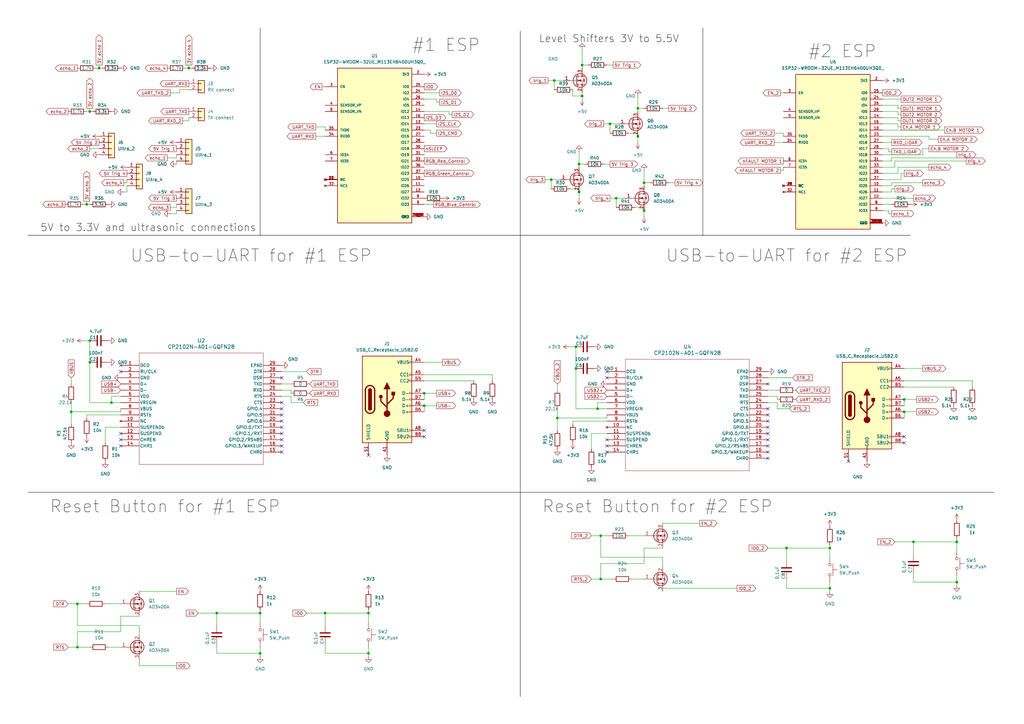
<source format=kicad_sch>
(kicad_sch (version 20230121) (generator eeschema)
  (paper "A3")
  (junction (at 264.16 74.93))
  (junction (at 261.62 44.45))
  (junction (at 151.13 267.97))
  (junction (at 322.58 224.79))
  (junction (at 227.33 33.02))
  (junction (at 370.84 168.91))
  (junction (at 36.83 148.59))
  (junction (at 31.75 247.65))
  (junction (at 40.64 27.94))
  (junction (at 370.84 163.83))
  (junction (at 340.36 241.3))
  (junction (at 237.49 67.31))
  (junction (at 173.99 161.29))
  (junction (at 392.43 238.76))
  (junction (at 246.38 219.71))
  (junction (at 245.11 167.64))
  (junction (at 237.49 78.74))
  (junction (at 238.76 39.37))
  (junction (at 173.99 166.37))
  (junction (at 392.43 222.25))
  (junction (at 236.22 151.13))
  (junction (at 228.6 171.45))
  (junction (at 261.62 55.88))
  (junction (at 77.47 27.94))
  (junction (at 88.9 251.46))
  (junction (at 340.36 224.79))
  (junction (at 252.73 81.28))
  (junction (at 250.19 50.8))
  (junction (at 45.72 165.1))
  (junction (at 133.35 251.46))
  (junction (at 151.13 251.46))
  (junction (at 238.76 26.67))
  (junction (at 29.21 168.91))
  (junction (at 36.83 45.72))
  (junction (at 35.56 83.82))
  (junction (at 36.83 139.7))
  (junction (at 374.65 222.25))
  (junction (at 246.38 237.49))
  (junction (at 236.22 142.24))
  (junction (at 106.68 251.46))
  (junction (at 226.06 73.66))
  (junction (at 264.16 86.36))
  (junction (at 106.68 267.97))
  (junction (at 31.75 265.43))
  (no_connect (at 173.99 179.07))
  (no_connect (at 115.57 170.18))
  (no_connect (at 115.57 185.42))
  (no_connect (at 115.57 180.34))
  (no_connect (at 314.96 172.72))
  (no_connect (at 248.92 185.42))
  (no_connect (at 314.96 175.26))
  (no_connect (at 49.53 180.34))
  (no_connect (at 173.99 176.53))
  (no_connect (at 314.96 170.18))
  (no_connect (at 115.57 165.1))
  (no_connect (at 49.53 149.86))
  (no_connect (at 248.92 154.94))
  (no_connect (at 248.92 180.34))
  (no_connect (at 314.96 167.64))
  (no_connect (at 314.96 187.96))
  (no_connect (at 314.96 177.8))
  (no_connect (at 115.57 182.88))
  (no_connect (at 49.53 177.8))
  (no_connect (at 248.92 152.4))
  (no_connect (at 49.53 182.88))
  (no_connect (at 49.53 152.4))
  (no_connect (at 115.57 154.94))
  (no_connect (at 115.57 177.8))
  (no_connect (at 347.98 189.23))
  (no_connect (at 314.96 182.88))
  (no_connect (at 151.13 186.69))
  (no_connect (at 115.57 172.72))
  (no_connect (at 314.96 180.34))
  (no_connect (at 115.57 175.26))
  (no_connect (at 314.96 157.48))
  (no_connect (at 115.57 167.64))
  (no_connect (at 370.84 179.07))
  (no_connect (at 314.96 185.42))
  (no_connect (at 248.92 182.88))
  (no_connect (at 370.84 181.61))
  (wire (pts (xy 250.19 50.8) (xy 250.19 54.61)))
  (wire (pts (xy 361.95 63.5) (xy 378.46 63.5)))
  (wire (pts (xy 361.95 83.82) (xy 365.76 83.82)))
  (wire (pts (xy 36.83 139.7) (xy 36.83 148.59)))
  (wire (pts (xy 340.36 224.79) (xy 340.36 228.6)))
  (wire (pts (xy 318.77 162.56) (xy 318.77 163.83)))
  (wire (pts (xy 57.15 270.51) (xy 57.15 273.05)))
  (wire (pts (xy 392.43 222.25) (xy 392.43 220.98)))
  (wire (pts (xy 364.49 62.23) (xy 365.76 62.23)))
  (wire (pts (xy 361.95 40.64) (xy 369.57 40.64)))
  (wire (pts (xy 246.38 228.6) (xy 271.78 228.6)))
  (wire (pts (xy 106.68 265.43) (xy 106.68 267.97)))
  (wire (pts (xy 322.58 237.49) (xy 322.58 241.3)))
  (wire (pts (xy 179.07 40.64) (xy 179.07 41.91)))
  (wire (pts (xy 257.81 219.71) (xy 264.16 219.71)))
  (wire (pts (xy 184.15 46.99) (xy 185.42 46.99)))
  (wire (pts (xy 368.3 44.45) (xy 369.57 44.45)))
  (wire (pts (xy 370.84 168.91) (xy 370.84 171.45)))
  (wire (pts (xy 237.49 81.28) (xy 237.49 78.74)))
  (wire (pts (xy 49.53 252.73) (xy 57.15 252.73)))
  (wire (pts (xy 248.92 167.64) (xy 245.11 167.64)))
  (wire (pts (xy 43.18 175.26) (xy 43.18 181.61)))
  (wire (pts (xy 69.85 85.09) (xy 72.39 85.09)))
  (wire (pts (xy 365.76 77.47) (xy 367.03 77.47)))
  (wire (pts (xy 133.35 251.46) (xy 133.35 256.54)))
  (wire (pts (xy 252.73 81.28) (xy 256.54 81.28)))
  (wire (pts (xy 370.84 151.13) (xy 378.46 151.13)))
  (wire (pts (xy 370.84 163.83) (xy 375.92 163.83)))
  (wire (pts (xy 368.3 45.72) (xy 368.3 46.99)))
  (wire (pts (xy 45.72 165.1) (xy 36.83 165.1)))
  (wire (pts (xy 361.95 58.42) (xy 365.76 58.42)))
  (wire (pts (xy 248.92 165.1) (xy 245.11 165.1)))
  (wire (pts (xy 57.15 256.54) (xy 57.15 260.35)))
  (wire (pts (xy 248.92 172.72) (xy 234.95 172.72)))
  (polyline (pts (xy 11.43 201.93) (xy 407.67 201.93)) (stroke (width 0) (color 0 0 0 1)))
  (wire (pts (xy 151.13 251.46) (xy 151.13 255.27)))
  (wire (pts (xy 364.49 60.96) (xy 364.49 62.23)))
  (wire (pts (xy 367.03 222.25) (xy 374.65 222.25)))
  (wire (pts (xy 378.46 60.96) (xy 381 60.96)))
  (wire (pts (xy 236.22 151.13) (xy 236.22 167.64)))
  (wire (pts (xy 361.95 66.04) (xy 365.76 66.04)))
  (wire (pts (xy 361.95 53.34) (xy 387.35 53.34)))
  (wire (pts (xy 321.31 54.61) (xy 317.5 54.61)))
  (wire (pts (xy 31.75 247.65) (xy 31.75 256.54)))
  (wire (pts (xy 248.92 177.8) (xy 242.57 177.8)))
  (wire (pts (xy 119.38 160.02) (xy 119.38 161.29)))
  (wire (pts (xy 115.57 157.48) (xy 119.38 157.48)))
  (wire (pts (xy 173.99 161.29) (xy 179.07 161.29)))
  (wire (pts (xy 370.84 168.91) (xy 375.92 168.91)))
  (wire (pts (xy 29.21 157.48) (xy 29.21 154.94)))
  (wire (pts (xy 129.54 55.88) (xy 133.35 55.88)))
  (wire (pts (xy 392.43 222.25) (xy 392.43 226.06)))
  (wire (pts (xy 364.49 86.36) (xy 364.49 87.63)))
  (wire (pts (xy 271.78 228.6) (xy 271.78 232.41)))
  (wire (pts (xy 365.76 74.93) (xy 378.46 74.93)))
  (wire (pts (xy 245.11 167.64) (xy 236.22 167.64)))
  (wire (pts (xy 57.15 273.05) (xy 72.39 273.05)))
  (wire (pts (xy 264.16 74.93) (xy 264.16 76.2)))
  (wire (pts (xy 173.99 53.34) (xy 176.53 53.34)))
  (wire (pts (xy 361.95 50.8) (xy 368.3 50.8)))
  (wire (pts (xy 392.43 236.22) (xy 392.43 238.76)))
  (wire (pts (xy 31.75 247.65) (xy 35.56 247.65)))
  (wire (pts (xy 392.43 64.77) (xy 392.43 63.5)))
  (wire (pts (xy 245.11 165.1) (xy 245.11 167.64)))
  (wire (pts (xy 361.95 81.28) (xy 374.65 81.28)))
  (wire (pts (xy 119.38 162.56) (xy 119.38 165.1)))
  (wire (pts (xy 125.73 251.46) (xy 133.35 251.46)))
  (wire (pts (xy 242.57 237.49) (xy 246.38 237.49)))
  (wire (pts (xy 320.04 38.1) (xy 321.31 38.1)))
  (wire (pts (xy 173.99 45.72) (xy 184.15 45.72)))
  (wire (pts (xy 361.95 73.66) (xy 369.57 73.66)))
  (wire (pts (xy 320.04 69.85) (xy 321.31 69.85)))
  (wire (pts (xy 72.39 67.31) (xy 72.39 66.04)))
  (wire (pts (xy 36.83 44.45) (xy 36.83 45.72)))
  (wire (pts (xy 133.35 267.97) (xy 151.13 267.97)))
  (wire (pts (xy 39.37 27.94) (xy 40.64 27.94)))
  (wire (pts (xy 88.9 251.46) (xy 106.68 251.46)))
  (wire (pts (xy 73.66 38.1) (xy 69.85 38.1)))
  (wire (pts (xy 88.9 267.97) (xy 106.68 267.97)))
  (wire (pts (xy 35.56 83.82) (xy 36.83 83.82)))
  (wire (pts (xy 242.57 177.8) (xy 242.57 184.15)))
  (wire (pts (xy 374.65 222.25) (xy 392.43 222.25)))
  (wire (pts (xy 246.38 219.71) (xy 250.19 219.71)))
  (wire (pts (xy 31.75 259.08) (xy 49.53 259.08)))
  (wire (pts (xy 318.77 165.1) (xy 318.77 167.64)))
  (wire (pts (xy 234.95 39.37) (xy 238.76 39.37)))
  (wire (pts (xy 201.93 153.67) (xy 201.93 156.21)))
  (wire (pts (xy 368.3 43.18) (xy 368.3 44.45)))
  (wire (pts (xy 261.62 39.37) (xy 261.62 44.45)))
  (wire (pts (xy 228.6 171.45) (xy 228.6 176.53)))
  (wire (pts (xy 176.53 53.34) (xy 176.53 54.61)))
  (wire (pts (xy 381 55.88) (xy 361.95 55.88)))
  (wire (pts (xy 369.57 71.12) (xy 370.84 71.12)))
  (wire (pts (xy 264.16 231.14) (xy 264.16 224.79)))
  (wire (pts (xy 227.33 33.02) (xy 231.14 33.02)))
  (wire (pts (xy 248.92 171.45) (xy 248.92 170.18)))
  (wire (pts (xy 365.76 64.77) (xy 392.43 64.77)))
  (wire (pts (xy 264.16 74.93) (xy 266.7 74.93)))
  (wire (pts (xy 233.68 142.24) (xy 236.22 142.24)))
  (wire (pts (xy 381 57.15) (xy 384.81 57.15)))
  (wire (pts (xy 49.53 162.56) (xy 45.72 162.56)))
  (polyline (pts (xy 213.36 12.7) (xy 213.36 95.25)) (stroke (width 0) (color 0 0 0 1)))
  (wire (pts (xy 369.57 73.66) (xy 369.57 71.12)))
  (wire (pts (xy 49.53 175.26) (xy 43.18 175.26)))
  (wire (pts (xy 72.39 87.63) (xy 72.39 86.36)))
  (wire (pts (xy 72.39 83.82) (xy 72.39 85.09)))
  (wire (pts (xy 364.49 87.63) (xy 365.76 87.63)))
  (wire (pts (xy 381 57.15) (xy 381 55.88)))
  (wire (pts (xy 246.38 219.71) (xy 246.38 228.6)))
  (wire (pts (xy 49.53 168.91) (xy 49.53 167.64)))
  (wire (pts (xy 31.75 265.43) (xy 36.83 265.43)))
  (wire (pts (xy 392.43 238.76) (xy 392.43 240.03)))
  (wire (pts (xy 361.95 71.12) (xy 368.3 71.12)))
  (wire (pts (xy 35.56 82.55) (xy 35.56 83.82)))
  (wire (pts (xy 115.57 162.56) (xy 119.38 162.56)))
  (wire (pts (xy 36.83 60.96) (xy 40.64 60.96)))
  (wire (pts (xy 368.3 52.07) (xy 369.57 52.07)))
  (wire (pts (xy 368.3 50.8) (xy 368.3 52.07)))
  (wire (pts (xy 106.68 251.46) (xy 106.68 255.27)))
  (wire (pts (xy 361.95 60.96) (xy 364.49 60.96)))
  (wire (pts (xy 252.73 81.28) (xy 252.73 85.09)))
  (wire (pts (xy 34.29 83.82) (xy 35.56 83.82)))
  (wire (pts (xy 361.95 43.18) (xy 368.3 43.18)))
  (wire (pts (xy 274.32 74.93) (xy 276.86 74.93)))
  (wire (pts (xy 227.33 33.02) (xy 227.33 36.83)))
  (wire (pts (xy 261.62 54.61) (xy 261.62 55.88)))
  (wire (pts (xy 237.49 77.47) (xy 237.49 78.74)))
  (wire (pts (xy 173.99 40.64) (xy 179.07 40.64)))
  (wire (pts (xy 238.76 26.67) (xy 241.3 26.67)))
  (wire (pts (xy 173.99 153.67) (xy 201.93 153.67)))
  (wire (pts (xy 238.76 20.32) (xy 238.76 26.67)))
  (wire (pts (xy 35.56 170.18) (xy 35.56 171.45)))
  (wire (pts (xy 36.83 148.59) (xy 36.83 165.1)))
  (wire (pts (xy 35.56 45.72) (xy 36.83 45.72)))
  (wire (pts (xy 261.62 44.45) (xy 264.16 44.45)))
  (wire (pts (xy 398.78 156.21) (xy 398.78 158.75)))
  (wire (pts (xy 361.95 45.72) (xy 368.3 45.72)))
  (wire (pts (xy 378.46 63.5) (xy 378.46 60.96)))
  (wire (pts (xy 106.68 251.46) (xy 106.68 250.19)))
  (wire (pts (xy 261.62 58.42) (xy 261.62 55.88)))
  (wire (pts (xy 365.76 78.74) (xy 365.76 77.47)))
  (wire (pts (xy 119.38 165.1) (xy 124.46 165.1)))
  (wire (pts (xy 52.07 73.66) (xy 52.07 74.93)))
  (wire (pts (xy 374.65 238.76) (xy 392.43 238.76)))
  (wire (pts (xy 72.39 63.5) (xy 72.39 64.77)))
  (wire (pts (xy 88.9 251.46) (xy 88.9 256.54)))
  (wire (pts (xy 88.9 264.16) (xy 88.9 267.97)))
  (wire (pts (xy 68.58 64.77) (xy 72.39 64.77)))
  (wire (pts (xy 264.16 224.79) (xy 271.78 224.79)))
  (wire (pts (xy 238.76 26.67) (xy 238.76 27.94)))
  (wire (pts (xy 321.31 55.88) (xy 321.31 54.61)))
  (wire (pts (xy 226.06 73.66) (xy 226.06 77.47)))
  (wire (pts (xy 133.35 52.07) (xy 129.54 52.07)))
  (wire (pts (xy 77.47 27.94) (xy 78.74 27.94)))
  (wire (pts (xy 271.78 241.3) (xy 271.78 242.57)))
  (wire (pts (xy 45.72 162.56) (xy 45.72 165.1)))
  (wire (pts (xy 361.95 68.58) (xy 367.03 68.58)))
  (wire (pts (xy 176.53 54.61) (xy 179.07 54.61)))
  (wire (pts (xy 321.31 68.58) (xy 321.31 69.85)))
  (wire (pts (xy 133.35 251.46) (xy 151.13 251.46)))
  (wire (pts (xy 271.78 44.45) (xy 274.32 44.45)))
  (wire (pts (xy 57.15 242.57) (xy 72.39 242.57)))
  (wire (pts (xy 44.45 265.43) (xy 49.53 265.43)))
  (wire (pts (xy 368.3 46.99) (xy 369.57 46.99)))
  (wire (pts (xy 81.28 251.46) (xy 88.9 251.46)))
  (wire (pts (xy 179.07 41.91) (xy 180.34 41.91)))
  (wire (pts (xy 29.21 168.91) (xy 29.21 173.99)))
  (wire (pts (xy 264.16 88.9) (xy 264.16 86.36)))
  (wire (pts (xy 238.76 39.37) (xy 238.76 40.64)))
  (wire (pts (xy 314.96 162.56) (xy 318.77 162.56)))
  (wire (pts (xy 370.84 163.83) (xy 370.84 166.37)))
  (wire (pts (xy 271.78 214.63) (xy 287.02 214.63)))
  (wire (pts (xy 374.65 234.95) (xy 374.65 238.76)))
  (wire (pts (xy 368.3 49.53) (xy 369.57 49.53)))
  (wire (pts (xy 271.78 241.3) (xy 302.26 241.3)))
  (wire (pts (xy 173.99 161.29) (xy 173.99 163.83)))
  (wire (pts (xy 173.99 166.37) (xy 173.99 168.91)))
  (wire (pts (xy 34.29 139.7) (xy 36.83 139.7)))
  (wire (pts (xy 173.99 83.82) (xy 177.8 83.82)))
  (wire (pts (xy 340.36 224.79) (xy 340.36 223.52)))
  (wire (pts (xy 368.3 48.26) (xy 368.3 49.53)))
  (wire (pts (xy 31.75 265.43) (xy 31.75 259.08)))
  (wire (pts (xy 106.68 267.97) (xy 106.68 269.24)))
  (wire (pts (xy 365.76 76.2) (xy 365.76 74.93)))
  (wire (pts (xy 374.65 222.25) (xy 374.65 227.33)))
  (wire (pts (xy 29.21 168.91) (xy 29.21 165.1)))
  (wire (pts (xy 314.96 160.02) (xy 318.77 160.02)))
  (wire (pts (xy 52.07 78.74) (xy 52.07 76.2)))
  (wire (pts (xy 77.47 26.67) (xy 77.47 27.94)))
  (wire (pts (xy 242.57 219.71) (xy 246.38 219.71)))
  (wire (pts (xy 173.99 148.59) (xy 181.61 148.59)))
  (wire (pts (xy 264.16 69.85) (xy 264.16 74.93)))
  (wire (pts (xy 361.95 78.74) (xy 365.76 78.74)))
  (wire (pts (xy 368.3 68.58) (xy 381 68.58)))
  (wire (pts (xy 340.36 238.76) (xy 340.36 241.3)))
  (wire (pts (xy 370.84 156.21) (xy 398.78 156.21)))
  (wire (pts (xy 237.49 67.31) (xy 240.03 67.31)))
  (wire (pts (xy 234.95 172.72) (xy 234.95 173.99)))
  (wire (pts (xy 233.68 77.47) (xy 237.49 77.47)))
  (wire (pts (xy 367.03 66.04) (xy 396.24 66.04)))
  (wire (pts (xy 226.06 73.66) (xy 229.87 73.66)))
  (polyline (pts (xy 288.29 11.43) (xy 288.29 96.52)) (stroke (width 0) (color 0 0 0 1)))
  (wire (pts (xy 40.64 27.94) (xy 41.91 27.94)))
  (wire (pts (xy 43.18 247.65) (xy 49.53 247.65)))
  (wire (pts (xy 322.58 241.3) (xy 340.36 241.3)))
  (wire (pts (xy 73.66 36.83) (xy 73.66 38.1)))
  (wire (pts (xy 50.8 78.74) (xy 52.07 78.74)))
  (wire (pts (xy 322.58 224.79) (xy 340.36 224.79)))
  (wire (pts (xy 246.38 231.14) (xy 264.16 231.14)))
  (wire (pts (xy 340.36 241.3) (xy 340.36 242.57)))
  (wire (pts (xy 361.95 76.2) (xy 365.76 76.2)))
  (wire (pts (xy 259.08 237.49) (xy 264.16 237.49)))
  (wire (pts (xy 246.38 237.49) (xy 251.46 237.49)))
  (wire (pts (xy 151.13 251.46) (xy 151.13 250.19)))
  (wire (pts (xy 115.57 152.4) (xy 125.73 152.4)))
  (wire (pts (xy 133.35 264.16) (xy 133.35 267.97)))
  (wire (pts (xy 260.35 85.09) (xy 264.16 85.09)))
  (wire (pts (xy 248.92 26.67) (xy 251.46 26.67)))
  (wire (pts (xy 228.6 171.45) (xy 228.6 167.64)))
  (polyline (pts (xy 11.43 96.52) (xy 373.38 96.52)) (stroke (width 0) (color 0 0 0 1)))
  (wire (pts (xy 317.5 58.42) (xy 321.31 58.42)))
  (wire (pts (xy 115.57 160.02) (xy 119.38 160.02)))
  (wire (pts (xy 77.47 48.26) (xy 77.47 49.53)))
  (wire (pts (xy 173.99 38.1) (xy 180.34 38.1)))
  (wire (pts (xy 133.35 53.34) (xy 133.35 52.07)))
  (wire (pts (xy 132.08 35.56) (xy 133.35 35.56)))
  (polyline (pts (xy 106.68 11.43) (xy 106.68 96.52)) (stroke (width 0) (color 0 0 0 1)))
  (wire (pts (xy 361.95 86.36) (xy 364.49 86.36)))
  (wire (pts (xy 246.38 237.49) (xy 246.38 231.14)))
  (wire (pts (xy 250.19 81.28) (xy 252.73 81.28)))
  (wire (pts (xy 69.85 87.63) (xy 72.39 87.63)))
  (wire (pts (xy 76.2 27.94) (xy 77.47 27.94)))
  (wire (pts (xy 264.16 85.09) (xy 264.16 86.36)))
  (wire (pts (xy 322.58 224.79) (xy 322.58 229.87)))
  (wire (pts (xy 261.62 44.45) (xy 261.62 45.72)))
  (wire (pts (xy 173.99 166.37) (xy 179.07 166.37)))
  (wire (pts (xy 365.76 66.04) (xy 365.76 64.77)))
  (wire (pts (xy 49.53 170.18) (xy 35.56 170.18)))
  (wire (pts (xy 31.75 256.54) (xy 57.15 256.54)))
  (wire (pts (xy 314.96 224.79) (xy 322.58 224.79)))
  (wire (pts (xy 367.03 68.58) (xy 367.03 66.04)))
  (wire (pts (xy 49.53 165.1) (xy 45.72 165.1)))
  (wire (pts (xy 49.53 259.08) (xy 49.53 252.73)))
  (wire (pts (xy 173.99 156.21) (xy 194.31 156.21)))
  (wire (pts (xy 238.76 38.1) (xy 238.76 39.37)))
  (wire (pts (xy 36.83 45.72) (xy 38.1 45.72)))
  (wire (pts (xy 257.81 54.61) (xy 261.62 54.61)))
  (wire (pts (xy 173.99 50.8) (xy 179.07 50.8)))
  (wire (pts (xy 151.13 265.43) (xy 151.13 267.97)))
  (wire (pts (xy 247.65 67.31) (xy 250.19 67.31)))
  (wire (pts (xy 368.3 71.12) (xy 368.3 68.58)))
  (wire (pts (xy 314.96 165.1) (xy 318.77 165.1)))
  (wire (pts (xy 314.96 154.94) (xy 325.12 154.94)))
  (wire (pts (xy 77.47 36.83) (xy 73.66 36.83)))
  (wire (pts (xy 224.79 33.02) (xy 227.33 33.02)))
  (wire (pts (xy 74.93 49.53) (xy 77.47 49.53)))
  (wire (pts (xy 184.15 45.72) (xy 184.15 46.99)))
  (wire (pts (xy 361.95 48.26) (xy 368.3 48.26)))
  (wire (pts (xy 250.19 50.8) (xy 254 50.8)))
  (wire (pts (xy 40.64 26.67) (xy 40.64 27.94)))
  (wire (pts (xy 223.52 73.66) (xy 226.06 73.66)))
  (wire (pts (xy 29.21 168.91) (xy 49.53 168.91)))
  (wire (pts (xy 318.77 167.64) (xy 323.85 167.64)))
  (wire (pts (xy 370.84 158.75) (xy 391.16 158.75)))
  (wire (pts (xy 237.49 67.31) (xy 237.49 68.58)))
  (wire (pts (xy 228.6 160.02) (xy 228.6 157.48)))
  (wire (pts (xy 50.8 74.93) (xy 52.07 74.93)))
  (wire (pts (xy 236.22 142.24) (xy 236.22 151.13)))
  (wire (pts (xy 27.94 247.65) (xy 31.75 247.65)))
  (wire (pts (xy 228.6 171.45) (xy 248.92 171.45)))
  (wire (pts (xy 237.49 62.23) (xy 237.49 67.31)))
  (wire (pts (xy 247.65 50.8) (xy 250.19 50.8)))
  (wire (pts (xy 27.94 265.43) (xy 31.75 265.43)))
  (wire (pts (xy 151.13 267.97) (xy 151.13 269.24)))
  (polyline (pts (xy 213.36 95.25) (xy 213.36 285.75)) (stroke (width 0) (color 0 0 0 1)))
  (wire (pts (xy 234.95 36.83) (xy 234.95 39.37)))
  (text "Level Shifters 3V to 5.5V" (at 220.98 17.78 0) (effects (font (size 3 3)) (justify left bottom)))
  (text "Reset Button for #2 ESP" (at 222.25 210.82 0) (effects (font (size 5 5)) (justify left bottom)))
  (text "#2 ESP" (at 331.47 24.13 0) (effects (font (size 5 5)) (justify left bottom)))
  (text "5V to 3.3V and ultrasonic connections" (at 16.51 95.25 0) (effects (font (size 3 3)) (justify left bottom)))
  (text "#1 ESP" (at 168.91 21.59 0) (effects (font (size 5 5)) (justify left bottom)))
  (text "USB-to-UART for #2 ESP" (at 273.05 107.95 0) (effects (font (size 5 5)) (justify left bottom)))
  (text "USB-to-UART for #1 ESP" (at 53.34 107.95 0) (effects (font (size 5 5)) (justify left bottom)))
  (text "Reset Button for #1 ESP" (at 20.32 210.82 0) (effects (font (size 5 5)) (justify left bottom)))
  (global_label "RGB_Green_Control" (shape output) (at 173.99 71.12 0) (property "Intersheetrefs" "${INTERSHEET_REFS}" (effects hide)))
  (global_label "echo_2" (shape output) (at 374.65 81.28 0) (property "Intersheetrefs" "${INTERSHEET_REFS}" (effects hide)))
  (global_label "5V Trig 4" (shape output) (at 52.07 71.12 180) (property "Intersheetrefs" "${INTERSHEET_REFS}" (effects hide)))
  (global_label "VBUS" (shape input) (at 29.21 154.94 90) (property "Intersheetrefs" "${INTERSHEET_REFS}" (effects hide)))
  (global_label "I2S_CLK" (shape output) (at 179.07 50.8 0) (property "Intersheetrefs" "${INTERSHEET_REFS}" (effects hide)))
  (global_label "DTR_2" (shape input) (at 242.57 219.71 180) (property "Intersheetrefs" "${INTERSHEET_REFS}" (effects hide)))
  (global_label "UART_TXD_2" (shape output) (at 69.85 38.1 180) (property "Intersheetrefs" "${INTERSHEET_REFS}" (effects hide)))
  (global_label "Ch.A MOTOR 1" (shape output) (at 369.57 52.07 0) (property "Intersheetrefs" "${INTERSHEET_REFS}" (effects hide)))
  (global_label "VBUS" (shape output) (at 181.61 148.59 0) (property "Intersheetrefs" "${INTERSHEET_REFS}" (effects hide)))
  (global_label "RGB_Blue_Control" (shape output) (at 177.8 83.82 0) (property "Intersheetrefs" "${INTERSHEET_REFS}" (effects hide)))
  (global_label "nSLEEP" (shape output) (at 173.99 60.96 0) (property "Intersheetrefs" "${INTERSHEET_REFS}" (effects hide)))
  (global_label "UART_TXD" (shape output) (at 129.54 52.07 180) (property "Intersheetrefs" "${INTERSHEET_REFS}" (effects hide)))
  (global_label "UART_RXD_2" (shape input) (at 326.39 163.83 0) (property "Intersheetrefs" "${INTERSHEET_REFS}" (effects hide)))
  (global_label "echo_2" (shape output) (at 27.94 45.72 180) (property "Intersheetrefs" "${INTERSHEET_REFS}" (effects hide)))
  (global_label "nFAULT MOTOR 2" (shape output) (at 320.04 69.85 180) (property "Intersheetrefs" "${INTERSHEET_REFS}" (effects hide)))
  (global_label "trig_3" (shape output) (at 223.52 73.66 180) (property "Intersheetrefs" "${INTERSHEET_REFS}" (effects hide)))
  (global_label "5V Trig 1" (shape output) (at 251.46 26.67 0) (property "Intersheetrefs" "${INTERSHEET_REFS}" (effects hide)))
  (global_label "nFAULT MOTOR 1" (shape output) (at 321.31 66.04 180) (property "Intersheetrefs" "${INTERSHEET_REFS}" (effects hide)))
  (global_label "I2S_D1" (shape output) (at 180.34 41.91 0) (property "Intersheetrefs" "${INTERSHEET_REFS}" (effects hide)))
  (global_label "echo_4" (shape output) (at 381 68.58 0) (property "Intersheetrefs" "${INTERSHEET_REFS}" (effects hide)))
  (global_label "5V Trig 1" (shape output) (at 72.39 60.96 180) (property "Intersheetrefs" "${INTERSHEET_REFS}" (effects hide)))
  (global_label "echo_3" (shape output) (at 378.46 74.93 0) (property "Intersheetrefs" "${INTERSHEET_REFS}" (effects hide)))
  (global_label "USB-" (shape input) (at 49.53 160.02 180) (property "Intersheetrefs" "${INTERSHEET_REFS}" (effects hide)))
  (global_label "USB2+" (shape output) (at 375.92 163.83 0) (property "Intersheetrefs" "${INTERSHEET_REFS}" (effects hide)))
  (global_label "EN_2" (shape output) (at 287.02 214.63 0) (property "Intersheetrefs" "${INTERSHEET_REFS}" (effects hide)))
  (global_label "IO0_2" (shape input) (at 314.96 224.79 180) (property "Intersheetrefs" "${INTERSHEET_REFS}" (effects hide)))
  (global_label "echo_1" (shape output) (at 31.75 27.94 180) (property "Intersheetrefs" "${INTERSHEET_REFS}" (effects hide)))
  (global_label "RTS_2" (shape input) (at 242.57 237.49 180) (property "Intersheetrefs" "${INTERSHEET_REFS}" (effects hide)))
  (global_label "DTR_2" (shape input) (at 325.12 154.94 0) (property "Intersheetrefs" "${INTERSHEET_REFS}" (effects hide)))
  (global_label "EN" (shape input) (at 81.28 251.46 180) (property "Intersheetrefs" "${INTERSHEET_REFS}" (effects hide)))
  (global_label "UART_RXD_2" (shape output) (at 74.93 49.53 180) (property "Intersheetrefs" "${INTERSHEET_REFS}" (effects hide)))
  (global_label "UART_TXD" (shape output) (at 77.47 45.72 180) (property "Intersheetrefs" "${INTERSHEET_REFS}" (effects hide)))
  (global_label "VBUS_2" (shape input) (at 228.6 157.48 90) (property "Intersheetrefs" "${INTERSHEET_REFS}" (effects hide)))
  (global_label "IO0" (shape input) (at 125.73 251.46 180) (property "Intersheetrefs" "${INTERSHEET_REFS}" (effects hide)))
  (global_label "UART_RXD_2" (shape output) (at 317.5 58.42 180) (property "Intersheetrefs" "${INTERSHEET_REFS}" (effects hide)))
  (global_label "OUT1 MOTOR 1" (shape output) (at 369.57 44.45 0) (property "Intersheetrefs" "${INTERSHEET_REFS}" (effects hide)))
  (global_label "RTS" (shape input) (at 27.94 265.43 180) (property "Intersheetrefs" "${INTERSHEET_REFS}" (effects hide)))
  (global_label "UART_RXD" (shape input) (at 127 161.29 0) (property "Intersheetrefs" "${INTERSHEET_REFS}" (effects hide)))
  (global_label "RTS_2" (shape input) (at 323.85 167.64 0) (property "Intersheetrefs" "${INTERSHEET_REFS}" (effects hide)))
  (global_label "trig_1" (shape output) (at 392.43 63.5 0) (property "Intersheetrefs" "${INTERSHEET_REFS}" (effects hide)))
  (global_label "5V Trig 2" (shape output) (at 274.32 44.45 0) (property "Intersheetrefs" "${INTERSHEET_REFS}" (effects hide)))
  (global_label "EN_2" (shape input) (at 367.03 222.25 180) (property "Intersheetrefs" "${INTERSHEET_REFS}" (effects hide)))
  (global_label "EN" (shape output) (at 72.39 242.57 0) (property "Intersheetrefs" "${INTERSHEET_REFS}" (effects hide)))
  (global_label "trig_4" (shape output) (at 250.19 81.28 180) (property "Intersheetrefs" "${INTERSHEET_REFS}" (effects hide)))
  (global_label "TXD_LIDAR" (shape output) (at 365.76 62.23 0) (property "Intersheetrefs" "${INTERSHEET_REFS}" (effects hide)))
  (global_label "echo_3" (shape output) (at 69.85 85.09 180) (property "Intersheetrefs" "${INTERSHEET_REFS}" (effects hide)))
  (global_label "trig_2" (shape output) (at 247.65 50.8 180) (property "Intersheetrefs" "${INTERSHEET_REFS}" (effects hide)))
  (global_label "5V Trig 2" (shape output) (at 40.64 58.42 180) (property "Intersheetrefs" "${INTERSHEET_REFS}" (effects hide)))
  (global_label "USB2-" (shape output) (at 375.92 168.91 0) (property "Intersheetrefs" "${INTERSHEET_REFS}" (effects hide)))
  (global_label "3V echo 3" (shape output) (at 35.56 82.55 90) (property "Intersheetrefs" "${INTERSHEET_REFS}" (effects hide)))
  (global_label "echo_1" (shape output) (at 68.58 64.77 180) (property "Intersheetrefs" "${INTERSHEET_REFS}" (effects hide)))
  (global_label "3V echo 2" (shape output) (at 36.83 44.45 90) (property "Intersheetrefs" "${INTERSHEET_REFS}" (effects hide)))
  (global_label "IO0" (shape output) (at 72.39 273.05 0) (property "Intersheetrefs" "${INTERSHEET_REFS}" (effects hide)))
  (global_label "DTR" (shape input) (at 125.73 152.4 0) (property "Intersheetrefs" "${INTERSHEET_REFS}" (effects hide)))
  (global_label "USB2-" (shape input) (at 248.92 162.56 180) (property "Intersheetrefs" "${INTERSHEET_REFS}" (effects hide)))
  (global_label "UART_RXD" (shape output) (at 129.54 55.88 180) (property "Intersheetrefs" "${INTERSHEET_REFS}" (effects hide)))
  (global_label "DTR" (shape input) (at 27.94 247.65 180) (property "Intersheetrefs" "${INTERSHEET_REFS}" (effects hide)))
  (global_label "I2S_D0" (shape output) (at 180.34 38.1 0) (property "Intersheetrefs" "${INTERSHEET_REFS}" (effects hide)))
  (global_label "RTS" (shape input) (at 124.46 165.1 0) (property "Intersheetrefs" "${INTERSHEET_REFS}" (effects hide)))
  (global_label "I2S_D3" (shape output) (at 173.99 48.26 0) (property "Intersheetrefs" "${INTERSHEET_REFS}" (effects hide)))
  (global_label "RXD_LIDAR" (shape output) (at 365.76 58.42 0) (property "Intersheetrefs" "${INTERSHEET_REFS}" (effects hide)))
  (global_label "Ch.B MOTOR 1" (shape output) (at 387.35 53.34 0) (property "Intersheetrefs" "${INTERSHEET_REFS}" (effects hide)))
  (global_label "IO0" (shape output) (at 173.99 35.56 0) (property "Intersheetrefs" "${INTERSHEET_REFS}" (effects hide)))
  (global_label "I2S_D2" (shape output) (at 185.42 46.99 0) (property "Intersheetrefs" "${INTERSHEET_REFS}" (effects hide)))
  (global_label "5V Trig 4" (shape output) (at 276.86 74.93 0) (property "Intersheetrefs" "${INTERSHEET_REFS}" (effects hide)))
  (global_label "IO0_2" (shape output) (at 361.95 38.1 0) (property "Intersheetrefs" "${INTERSHEET_REFS}" (effects hide)))
  (global_label "EN" (shape output) (at 132.08 35.56 180) (property "Intersheetrefs" "${INTERSHEET_REFS}" (effects hide)))
  (global_label "UART_TXD_2" (shape input) (at 326.39 160.02 0) (property "Intersheetrefs" "${INTERSHEET_REFS}" (effects hide)))
  (global_label "5V Trig 3" (shape output) (at 250.19 67.31 0) (property "Intersheetrefs" "${INTERSHEET_REFS}" (effects hide)))
  (global_label "5V Trig 3" (shape output) (at 72.39 81.28 180) (property "Intersheetrefs" "${INTERSHEET_REFS}" (effects hide)))
  (global_label "echo_4" (shape output) (at 50.8 74.93 180) (property "Intersheetrefs" "${INTERSHEET_REFS}" (effects hide)))
  (global_label "trig_1" (shape output) (at 224.79 33.02 180) (property "Intersheetrefs" "${INTERSHEET_REFS}" (effects hide)))
  (global_label "I2S_CMD" (shape output) (at 179.07 54.61 0) (property "Intersheetrefs" "${INTERSHEET_REFS}" (effects hide)))
  (global_label "EN_2" (shape output) (at 320.04 38.1 180) (property "Intersheetrefs" "${INTERSHEET_REFS}" (effects hide)))
  (global_label "3V echo 1" (shape output) (at 40.64 26.67 90) (property "Intersheetrefs" "${INTERSHEET_REFS}" (effects hide)))
  (global_label "OUT1 MOTOR 2" (shape output) (at 369.57 49.53 0) (property "Intersheetrefs" "${INTERSHEET_REFS}" (effects hide)))
  (global_label "Ch.A MOTOR 2" (shape output) (at 384.81 57.15 0) (property "Intersheetrefs" "${INTERSHEET_REFS}" (effects hide)))
  (global_label "echo_1" (shape output) (at 365.76 87.63 0) (property "Intersheetrefs" "${INTERSHEET_REFS}" (effects hide)))
  (global_label "USB+" (shape output) (at 179.07 161.29 0) (property "Intersheetrefs" "${INTERSHEET_REFS}" (effects hide)))
  (global_label "trig_2" (shape output) (at 367.03 77.47 0) (property "Intersheetrefs" "${INTERSHEET_REFS}" (effects hide)))
  (global_label "USB2+" (shape input) (at 248.92 160.02 180) (property "Intersheetrefs" "${INTERSHEET_REFS}" (effects hide)))
  (global_label "UART_TXD" (shape input) (at 127 157.48 0) (property "Intersheetrefs" "${INTERSHEET_REFS}" (effects hide)))
  (global_label "UART_TXD_2" (shape output) (at 317.5 54.61 180) (property "Intersheetrefs" "${INTERSHEET_REFS}" (effects hide)))
  (global_label "3V echo 4" (shape output) (at 77.47 26.67 90) (property "Intersheetrefs" "${INTERSHEET_REFS}" (effects hide)))
  (global_label "IO0_2" (shape output) (at 302.26 241.3 0) (property "Intersheetrefs" "${INTERSHEET_REFS}" (effects hide)))
  (global_label "USB-" (shape output) (at 179.07 166.37 0) (property "Intersheetrefs" "${INTERSHEET_REFS}" (effects hide)))
  (global_label "OUT2 MOTOR 2" (shape output) (at 369.57 46.99 0) (property "Intersheetrefs" "${INTERSHEET_REFS}" (effects hide)))
  (global_label "trig_4" (shape output) (at 396.24 66.04 0) (property "Intersheetrefs" "${INTERSHEET_REFS}" (effects hide)))
  (global_label "echo_3" (shape output) (at 26.67 83.82 180) (property "Intersheetrefs" "${INTERSHEET_REFS}" (effects hide)))
  (global_label "echo_4" (shape output) (at 68.58 27.94 180) (property "Intersheetrefs" "${INTERSHEET_REFS}" (effects hide)))
  (global_label "echo_2" (shape output) (at 36.83 60.96 180) (property "Intersheetrefs" "${INTERSHEET_REFS}" (effects hide)))
  (global_label "trig_3" (shape output) (at 370.84 71.12 0) (property "Intersheetrefs" "${INTERSHEET_REFS}" (effects hide)))
  (global_label "RGB_Red_Control" (shape output) (at 173.99 66.04 0) (property "Intersheetrefs" "${INTERSHEET_REFS}" (effects hide)))
  (global_label "USB+" (shape input) (at 49.53 157.48 180) (property "Intersheetrefs" "${INTERSHEET_REFS}" (effects hide)))
  (global_label "OUT2 MOTOR 1" (shape output) (at 369.57 40.64 0) (property "Intersheetrefs" "${INTERSHEET_REFS}" (effects hide)))
  (global_label "UART_RXD" (shape output) (at 77.47 34.29 180) (property "Intersheetrefs" "${INTERSHEET_REFS}" (effects hide)))
  (global_label "Ch.B MOTOR 2" (shape output) (at 381 60.96 0) (property "Intersheetrefs" "${INTERSHEET_REFS}" (effects hide)))
  (global_label "VBUS_2" (shape output) (at 378.46 151.13 0) (property "Intersheetrefs" "${INTERSHEET_REFS}" (effects hide)))
  (symbol (lib_id "power:GND") (at 243.84 142.24 90) (unit 1)
    (property "Reference" "#PWR022" (effects hide))
    (property "Value" "GND" (at 247.65 142.24 90) (effects (justify right)))
  )
  (symbol (lib_id "Device:C") (at 40.64 139.7 270) (unit 1)
    (property "Reference" "C1" (at 38.1 138.43 90))
    (property "Value" "4.7uF" (at 39.37 135.89 90))
    (property "Footprint" "Capacitor_SMD:C_0805_2012Metric" (effects hide))
  )
  (symbol (lib_id "Device:R") (at 123.19 161.29 90) (unit 1)
    (property "Reference" "R6" (at 123.19 163.83 90))
    (property "Value" "0" (at 123.19 161.29 90))
    (property "Footprint" "Resistor_SMD:R_0805_2012Metric" (effects hide))
  )
  (symbol (lib_id "ESP32-WROOM-32UE_M113EH6400UH3Q0_:ESP32-WROOM-32UE_M113EH6400UH3Q0_") (at 341.63 63.5 0) (unit 1)
    (property "Reference" "U6" (at 341.63 25.4 0))
    (property "Value" "ESP32-WROOM-32UE_M113EH6400UH3Q0_" (at 341.63 27.94 0))
    (property "Footprint" "ESP32-WROOM-32UE_M113EH6400UH3Q0_:MODULE_ESP32-WROOM-32UE_M113EH6400UH3Q0_" (effects hide))
    (property "MF" "Espressif Systems" (effects hide))
    (property "MAXIMUM_PACKAGE_HEIGHT" "3.35 mm" (effects hide))
    (property "Package" "None" (effects hide))
    (property "Price" "None" (effects hide))
    (property "Check_prices" "https://www.snapeda.com/parts/ESP32-WROOM-32UE(M113EH6400UH3Q0)/Espressif+Systems/view-part/?ref=eda" (effects hide))
    (property "STANDARD" "Manufacturer Recommendations" (effects hide))
    (property "PARTREV" "1.2" (effects hide))
    (property "SnapEDA_Link" "https://www.snapeda.com/parts/ESP32-WROOM-32UE(M113EH6400UH3Q0)/Espressif+Systems/view-part/?ref=snap" (effects hide))
    (property "MP" "ESP32-WROOM-32UE(M113EH6400UH3Q0)" (effects hide))
    (property "Description" "\nBluetooth, WiFi 802.11b/g/n, Bluetooth v4.2 +EDR, Class 1, 2 and 3 Transceiver Module 2.4GHz ~ 2.5GHz Antenna Not Included, U.FL Surface Mount\n" (effects hide))
    (property "Availability" "In Stock" (effects hide))
    (property "MANUFACTURER" "Espressif Systems" (effects hide))
  )
  (symbol (lib_id "Device:R") (at 398.78 162.56 0) (unit 1)
    (property "Reference" "R22" (at 394.97 163.83 0) (effects (justify left)))
    (property "Value" "5.1k" (at 393.7 166.37 0) (effects (justify left)))
    (property "Footprint" "Resistor_SMD:R_0805_2012Metric" (effects hide))
  )
  (symbol (lib_id "power:+5V") (at 261.62 58.42 180) (unit 1)
    (property "Reference" "#PWR040" (effects hide))
    (property "Value" "+5V" (at 261.62 63.5 0))
  )
  (symbol (lib_id "Transistor_FET:AO3400A") (at 54.61 265.43 0) (mirror x) (unit 1)
    (property "Reference" "Q2" (at 60.96 264.16 0) (effects (justify left)))
    (property "Value" "AO3400A" (at 60.96 266.7 0) (effects (justify left)))
    (property "Footprint" "Package_TO_SOT_SMD:SOT-23" (effects hide))
    (property "Datasheet" "http://www.aosmd.com/pdfs/datasheet/AO3400A.pdf" (effects hide))
  )
  (symbol (lib_id "power:+3V3") (at 173.99 30.48 270) (unit 1)
    (property "Reference" "#PWR025" (effects hide))
    (property "Value" "+3V3" (at 177.8 30.48 90) (effects (justify left)))
  )
  (symbol (lib_id "Device:R") (at 243.84 67.31 90) (unit 1)
    (property "Reference" "R40" (at 243.84 64.77 90))
    (property "Value" "10k" (at 243.84 67.31 90))
    (property "Footprint" "Resistor_SMD:R_0805_2012Metric" (effects hide))
  )
  (symbol (lib_id "power:+5V") (at 40.64 55.88 90) (unit 1)
    (property "Reference" "#PWR045" (effects hide))
    (property "Value" "+5V" (at 36.83 55.88 90) (effects (justify left)))
  )
  (symbol (lib_id "Device:C") (at 240.03 142.24 270) (unit 1)
    (property "Reference" "C5" (at 237.49 140.97 90))
    (property "Value" "4.7uF" (at 238.76 138.43 90))
    (property "Footprint" "Capacitor_SMD:C_0805_2012Metric" (effects hide))
  )
  (symbol (lib_id "Connector_Generic:Conn_01x04") (at 77.47 60.96 0) (unit 1)
    (property "Reference" "J5" (at 80.01 60.96 0) (effects (justify left)))
    (property "Value" "Ultra_1" (at 80.01 63.5 0) (effects (justify left)))
    (property "Footprint" "Inductor_SMD:L_0805_2012Metric" (effects hide))
  )
  (symbol (lib_id "power:GND") (at 261.62 39.37 180) (unit 1)
    (property "Reference" "#PWR039" (effects hide))
    (property "Value" "GND" (at 256.54 39.37 0) (effects (justify right)))
  )
  (symbol (lib_id "CP2102:CP2102N-A01-GQFN28") (at 49.53 149.86 0) (unit 1)
    (property "Reference" "U2" (at 82.55 139.7 0) (effects (font (size 1.524 1.524))))
    (property "Value" "CP2102N-A01-GQFN28" (at 82.55 142.24 0) (effects (font (size 1.524 1.524))))
    (property "Footprint" "QFN28_5X5_SIL" (effects hide))
    (property "Datasheet" "CP2102N-A01-GQFN28" (effects hide))
  )
  (symbol (lib_id "Device:R") (at 201.93 160.02 0) (unit 1)
    (property "Reference" "R9" (at 198.12 161.29 0) (effects (justify left)))
    (property "Value" "5.1k" (at 196.85 163.83 0) (effects (justify left)))
    (property "Footprint" "Resistor_SMD:R_0805_2012Metric" (effects hide))
  )
  (symbol (lib_id "power:+5V") (at 72.39 58.42 90) (unit 1)
    (property "Reference" "#PWR047" (effects hide))
    (property "Value" "+5V" (at 68.58 58.42 90) (effects (justify left)))
  )
  (symbol (lib_id "power:+3V3") (at 373.38 83.82 270) (unit 1)
    (property "Reference" "#PWR019" (effects hide))
    (property "Value" "+3V3" (at 377.19 83.82 90) (effects (justify left)))
  )
  (symbol (lib_id "Switch:SW_Push") (at 106.68 260.35 270) (unit 1)
    (property "Reference" "SW1" (at 110.49 259.08 90) (effects (justify left)))
    (property "Value" "SW_Push" (at 110.49 261.62 90) (effects (justify left)))
  )
  (symbol (lib_id "Device:R") (at 231.14 36.83 90) (unit 1)
    (property "Reference" "R39" (at 231.14 34.29 90))
    (property "Value" "10k" (at 231.14 36.83 90))
    (property "Footprint" "Resistor_SMD:R_0805_2012Metric" (effects hide))
  )
  (symbol (lib_id "Device:R") (at 242.57 187.96 0) (unit 1)
    (property "Reference" "R17" (at 245.11 186.69 0) (effects (justify left)))
    (property "Value" "10k" (at 245.11 189.23 0) (effects (justify left)))
    (property "Footprint" "Resistor_SMD:R_0805_2012Metric" (effects hide))
  )
  (symbol (lib_id "power:+3V3") (at 106.68 242.57 0) (unit 1)
    (property "Reference" "#PWR016" (effects hide))
    (property "Value" "+3V3" (at 106.68 237.49 0))
  )
  (symbol (lib_id "Device:R") (at 322.58 163.83 90) (unit 1)
    (property "Reference" "R20" (at 322.58 166.37 90))
    (property "Value" "0" (at 322.58 163.83 90))
    (property "Footprint" "Resistor_SMD:R_0805_2012Metric" (effects hide))
  )
  (symbol (lib_id "power:GND") (at 72.39 67.31 270) (unit 1)
    (property "Reference" "#PWR051" (effects hide))
    (property "Value" "GND" (at 68.58 67.31 90) (effects (justify right)))
  )
  (symbol (lib_id "power:GND") (at 43.18 189.23 0) (unit 1)
    (property "Reference" "#PWR03" (effects hide))
    (property "Value" "GND" (at 43.18 194.31 0))
  )
  (symbol (lib_id "Device:R") (at 256.54 85.09 90) (unit 1)
    (property "Reference" "R41" (at 256.54 82.55 90))
    (property "Value" "10k" (at 256.54 85.09 90))
    (property "Footprint" "Resistor_SMD:R_0805_2012Metric" (effects hide))
  )
  (symbol (lib_id "power:GND") (at 314.96 152.4 90) (unit 1)
    (property "Reference" "#PWR027" (effects hide))
    (property "Value" "GND" (at 318.77 152.4 90) (effects (justify right)))
  )
  (symbol (lib_id "Device:R") (at 254 219.71 90) (unit 1)
    (property "Reference" "R23" (at 254 217.17 90))
    (property "Value" "10k" (at 254 219.71 90))
    (property "Footprint" "Resistor_SMD:R_0805_2012Metric" (effects hide))
  )
  (symbol (lib_id "power:GND") (at 69.85 87.63 270) (unit 1)
    (property "Reference" "#PWR049" (effects hide))
    (property "Value" "GND" (at 66.04 87.63 90) (effects (justify right)))
  )
  (symbol (lib_id "Device:R") (at 322.58 160.02 90) (unit 1)
    (property "Reference" "R19" (at 322.58 157.48 90))
    (property "Value" "0" (at 322.58 160.02 90))
    (property "Footprint" "Resistor_SMD:R_0805_2012Metric" (effects hide))
  )
  (symbol (lib_id "power:GND") (at 44.45 83.82 90) (unit 1)
    (property "Reference" "#PWR055" (effects hide))
    (property "Value" "GND" (at 48.26 83.82 90) (effects (justify right)))
  )
  (symbol (lib_id "power:GND") (at 361.95 91.44 90) (unit 1)
    (property "Reference" "#PWR036" (effects hide))
    (property "Value" "GND" (at 365.76 91.44 90) (effects (justify right)))
  )
  (symbol (lib_id "Device:R") (at 369.57 83.82 90) (unit 1)
    (property "Reference" "R14" (at 369.57 81.28 90))
    (property "Value" "10k" (at 369.57 83.82 90))
    (property "Footprint" "Resistor_SMD:R_0805_2012Metric" (effects hide))
  )
  (symbol (lib_id "Connector_Generic:Conn_01x04") (at 45.72 58.42 0) (unit 1)
    (property "Reference" "J6" (at 48.26 58.42 0) (effects (justify left)))
    (property "Value" "Ultra_2" (at 48.26 60.96 0) (effects (justify left)))
    (property "Footprint" "Inductor_SMD:L_0805_2012Metric" (effects hide))
  )
  (symbol (lib_id "Transistor_FET:AO3400A") (at 236.22 33.02 0) (unit 1)
    (property "Reference" "Q5" (at 242.57 31.75 0) (effects (justify left)))
    (property "Value" "AO3400A" (at 242.57 34.29 0) (effects (justify left)))
    (property "Footprint" "Package_TO_SOT_SMD:SOT-23" (effects hide))
    (property "Datasheet" "http://www.aosmd.com/pdfs/datasheet/AO3400A.pdf" (effects hide))
  )
  (symbol (lib_id "Device:R") (at 35.56 175.26 0) (unit 1)
    (property "Reference" "R2" (at 38.1 173.99 0) (effects (justify left)))
    (property "Value" "10k" (at 38.1 176.53 0) (effects (justify left)))
    (property "Footprint" "Resistor_SMD:R_0805_2012Metric" (effects hide))
  )
  (symbol (lib_id "power:GND") (at 340.36 242.57 0) (unit 1)
    (property "Reference" "#PWR034" (effects hide))
    (property "Value" "GND" (at 340.36 247.65 0))
  )
  (symbol (lib_id "Device:R") (at 228.6 163.83 0) (unit 1)
    (property "Reference" "R7" (at 224.79 165.1 0) (effects (justify left)))
    (property "Value" "22.1k" (at 223.52 167.64 0) (effects (justify left)))
    (property "Footprint" "Resistor_SMD:R_0805_2012Metric" (effects hide))
  )
  (symbol (lib_id "power:GND") (at 49.53 27.94 90) (unit 1)
    (property "Reference" "#PWR053" (effects hide))
    (property "Value" "GND" (at 53.34 27.94 90) (effects (justify right)))
  )
  (symbol (lib_id "Transistor_FET:AO3400A") (at 234.95 73.66 0) (unit 1)
    (property "Reference" "Q7" (at 241.3 72.39 0) (effects (justify left)))
    (property "Value" "AO3400A" (at 241.3 74.93 0) (effects (justify left)))
    (property "Footprint" "Package_TO_SOT_SMD:SOT-23" (effects hide))
    (property "Datasheet" "http://www.aosmd.com/pdfs/datasheet/AO3400A.pdf" (effects hide))
  )
  (symbol (lib_id "power:GND") (at 44.45 148.59 90) (unit 1)
    (property "Reference" "#PWR07" (effects hide))
    (property "Value" "GND" (at 48.26 148.59 90) (effects (justify right)))
  )
  (symbol (lib_id "power:GND") (at 355.6 189.23 0) (unit 1)
    (property "Reference" "#PWR028" (effects hide))
    (property "Value" "GND" (at 351.79 195.58 0))
  )
  (symbol (lib_id "Transistor_FET:AO3400A") (at 54.61 247.65 0) (unit 1)
    (property "Reference" "Q1" (at 60.96 246.38 0) (effects (justify left)))
    (property "Value" "AO3400A" (at 60.96 248.92 0) (effects (justify left)))
    (property "Footprint" "Package_TO_SOT_SMD:SOT-23" (effects hide))
    (property "Datasheet" "http://www.aosmd.com/pdfs/datasheet/AO3400A.pdf" (effects hide))
  )
  (symbol (lib_id "Device:R") (at 254 54.61 90) (unit 1)
    (property "Reference" "R28" (at 254 52.07 90))
    (property "Value" "10k" (at 254 54.61 90))
    (property "Footprint" "Resistor_SMD:R_0805_2012Metric" (effects hide))
  )
  (symbol (lib_id "power:GND") (at 238.76 20.32 180) (unit 1)
    (property "Reference" "#PWR038" (effects hide))
    (property "Value" "GND" (at 224.79 24.13 0) (effects (justify right)))
  )
  (symbol (lib_id "power:GND") (at 392.43 240.03 0) (unit 1)
    (property "Reference" "#PWR032" (effects hide))
    (property "Value" "GND" (at 392.43 245.11 0))
  )
  (symbol (lib_id "Device:R") (at 392.43 217.17 0) (unit 1)
    (property "Reference" "R25" (at 396.24 215.9 0) (effects (justify left)))
    (property "Value" "1k" (at 397.51 218.44 0) (effects (justify left)))
    (property "Footprint" "Resistor_SMD:R_0805_2012Metric" (effects hide))
  )
  (symbol (lib_id "power:GND") (at 50.8 78.74 270) (unit 1)
    (property "Reference" "#PWR052" (effects hide))
    (property "Value" "GND" (at 46.99 78.74 90) (effects (justify right)))
  )
  (symbol (lib_id "Device:R") (at 45.72 27.94 90) (unit 1)
    (property "Reference" "R32" (at 45.72 25.4 90))
    (property "Value" "3.3k" (at 45.72 27.94 90))
    (property "Footprint" "Resistor_SMD:R_0805_2012Metric" (effects hide))
  )
  (symbol (lib_id "power:GND") (at 86.36 27.94 90) (unit 1)
    (property "Reference" "#PWR056" (effects hide))
    (property "Value" "GND" (at 90.17 27.94 90) (effects (justify right)))
  )
  (symbol (lib_id "ESP32-WROOM-32UE_M113EH6400UH3Q0_:ESP32-WROOM-32UE_M113EH6400UH3Q0_") (at 153.67 60.96 0) (unit 1)
    (property "Reference" "U1" (at 153.67 22.86 0))
    (property "Value" "ESP32-WROOM-32UE_M113EH6400UH3Q0_" (at 153.67 25.4 0))
    (property "Footprint" "ESP32-WROOM-32UE_M113EH6400UH3Q0_:MODULE_ESP32-WROOM-32UE_M113EH6400UH3Q0_" (effects hide))
    (property "MF" "Espressif Systems" (effects hide))
    (property "MAXIMUM_PACKAGE_HEIGHT" "3.35 mm" (effects hide))
    (property "Package" "None" (effects hide))
    (property "Price" "None" (effects hide))
    (property "Check_prices" "https://www.snapeda.com/parts/ESP32-WROOM-32UE(M113EH6400UH3Q0)/Espressif+Systems/view-part/?ref=eda" (effects hide))
    (property "STANDARD" "Manufacturer Recommendations" (effects hide))
    (property "PARTREV" "1.2" (effects hide))
    (property "SnapEDA_Link" "https://www.snapeda.com/parts/ESP32-WROOM-32UE(M113EH6400UH3Q0)/Espressif+Systems/view-part/?ref=snap" (effects hide))
    (property "MP" "ESP32-WROOM-32UE(M113EH6400UH3Q0)" (effects hide))
    (property "Description" "\nBluetooth, WiFi 802.11b/g/n, Bluetooth v4.2 +EDR, Class 1, 2 and 3 Transceiver Module 2.4GHz ~ 2.5GHz Antenna Not Included, U.FL Surface Mount\n" (effects hide))
    (property "Availability" "In Stock" (effects hide))
    (property "MANUFACTURER" "Espressif Systems" (effects hide))
  )
  (symbol (lib_id "Switch:SW_Push") (at 392.43 231.14 270) (unit 1)
    (property "Reference" "SW3" (at 396.24 229.87 90) (effects (justify left)))
    (property "Value" "SW_Push" (at 396.24 232.41 90) (effects (justify left)))
  )
  (symbol (lib_id "Device:C") (at 322.58 233.68 0) (unit 1)
    (property "Reference" "C8" (at 321.31 236.22 90))
    (property "Value" "0.1uF" (at 318.77 234.95 90))
    (property "Footprint" "Capacitor_SMD:C_0805_2012Metric" (effects hide))
  )
  (symbol (lib_id "Connector_Generic:Conn_01x02") (at 82.55 45.72 0) (unit 1)
    (property "Reference" "J4" (at 85.09 45.72 0) (effects (justify left)))
    (property "Value" "TX connect" (at 85.09 48.26 0) (effects (justify left)))
    (property "Footprint" "Inductor_SMD:L_0805_2012Metric" (effects hide))
  )
  (symbol (lib_id "Device:R") (at 41.91 45.72 90) (unit 1)
    (property "Reference" "R34" (at 41.91 43.18 90))
    (property "Value" "3.3k" (at 41.91 45.72 90))
    (property "Footprint" "Resistor_SMD:R_0805_2012Metric" (effects hide))
  )
  (symbol (lib_id "Device:R") (at 40.64 83.82 90) (unit 1)
    (property "Reference" "R36" (at 40.64 81.28 90))
    (property "Value" "3.3k" (at 40.64 83.82 90))
    (property "Footprint" "Resistor_SMD:R_0805_2012Metric" (effects hide))
  )
  (symbol (lib_id "Transistor_FET:AO3400A") (at 261.62 81.28 0) (unit 1)
    (property "Reference" "Q8" (at 267.97 80.01 0) (effects (justify left)))
    (property "Value" "AO3400A" (at 267.97 82.55 0) (effects (justify left)))
    (property "Footprint" "Package_TO_SOT_SMD:SOT-23" (effects hide))
    (property "Datasheet" "http://www.aosmd.com/pdfs/datasheet/AO3400A.pdf" (effects hide))
  )
  (symbol (lib_id "Device:R") (at 391.16 162.56 0) (unit 1)
    (property "Reference" "R21" (at 387.35 163.83 0) (effects (justify left)))
    (property "Value" "5.1k" (at 386.08 166.37 0) (effects (justify left)))
    (property "Footprint" "Resistor_SMD:R_0805_2012Metric" (effects hide))
  )
  (symbol (lib_id "power:GND") (at 151.13 269.24 0) (unit 1)
    (property "Reference" "#PWR018" (effects hide))
    (property "Value" "GND" (at 151.13 274.32 0))
  )
  (symbol (lib_id "Device:C") (at 133.35 260.35 0) (unit 1)
    (property "Reference" "C4" (at 132.08 262.89 90))
    (property "Value" "0.1uF" (at 129.54 261.62 90))
    (property "Footprint" "Capacitor_SMD:C_0805_2012Metric" (effects hide))
  )
  (symbol (lib_id "Connector_Generic:Conn_01x04") (at 57.15 71.12 0) (unit 1)
    (property "Reference" "J8" (at 59.69 71.12 0) (effects (justify left)))
    (property "Value" "Ultra_4" (at 59.69 73.66 0) (effects (justify left)))
    (property "Footprint" "Inductor_SMD:L_0805_2012Metric" (effects hide))
  )
  (symbol (lib_id "Switch:SW_Push") (at 151.13 260.35 270) (unit 1)
    (property "Reference" "SW2" (at 154.94 259.08 90) (effects (justify left)))
    (property "Value" "SW_Push" (at 154.94 261.62 90) (effects (justify left)))
  )
  (symbol (lib_id "power:+3V3") (at 234.95 181.61 180) (unit 1)
    (property "Reference" "#PWR09" (effects hide))
    (property "Value" "+3V3" (at 234.95 186.69 0))
  )
  (symbol (lib_id "Device:R") (at 72.39 27.94 90) (unit 1)
    (property "Reference" "R37" (at 72.39 25.4 90))
    (property "Value" "1.7k" (at 72.39 27.94 90))
    (property "Footprint" "Resistor_SMD:R_0805_2012Metric" (effects hide))
  )
  (symbol (lib_id "Device:R") (at 31.75 45.72 90) (unit 1)
    (property "Reference" "R33" (at 31.75 43.18 90))
    (property "Value" "1.7k" (at 31.75 45.72 90))
    (property "Footprint" "Resistor_SMD:R_0805_2012Metric" (effects hide))
  )
  (symbol (lib_id "Connector:USB_C_Receptacle_USB2.0") (at 355.6 166.37 0) (unit 1)
    (property "Reference" "J2" (at 355.6 143.51 0))
    (property "Value" "USB_C_Receptacle_USB2.0" (at 355.6 146.05 0))
    (property "Footprint" "Inductor_SMD:L_0805_2012Metric" (effects hide))
    (property "Datasheet" "https://www.usb.org/sites/default/files/documents/usb_type-c.zip" (effects hide))
  )
  (symbol (lib_id "power:+5V") (at 52.07 68.58 90) (unit 1)
    (property "Reference" "#PWR048" (effects hide))
    (property "Value" "+5V" (at 48.26 68.58 90) (effects (justify left)))
  )
  (symbol (lib_id "Switch:SW_Push") (at 340.36 233.68 270) (unit 1)
    (property "Reference" "SW4" (at 344.17 232.41 90) (effects (justify left)))
    (property "Value" "SW_Push" (at 344.17 234.95 90) (effects (justify left)))
  )
  (symbol (lib_id "power:GND") (at 49.53 154.94 270) (unit 1)
    (property "Reference" "#PWR01" (effects hide))
    (property "Value" "GND" (at 45.72 154.94 90) (effects (justify right)))
  )
  (symbol (lib_id "Connector_Generic:Conn_01x04") (at 77.47 81.28 0) (unit 1)
    (property "Reference" "J7" (at 80.01 81.28 0) (effects (justify left)))
    (property "Value" "Ultra_3" (at 80.01 83.82 0) (effects (justify left)))
    (property "Footprint" "Inductor_SMD:L_0805_2012Metric" (effects hide))
  )
  (symbol (lib_id "power:GND") (at 264.16 69.85 180) (unit 1)
    (property "Reference" "#PWR043" (effects hide))
    (property "Value" "GND" (at 259.08 69.85 0) (effects (justify right)))
  )
  (symbol (lib_id "Device:C") (at 374.65 231.14 0) (unit 1)
    (property "Reference" "C7" (at 373.38 233.68 90))
    (property "Value" "0.1uF" (at 370.84 232.41 90))
    (property "Footprint" "Capacitor_SMD:C_0805_2012Metric" (effects hide))
  )
  (symbol (lib_id "power:+3V3") (at 361.95 33.02 270) (unit 1)
    (property "Reference" "#PWR037" (effects hide))
    (property "Value" "+3V3" (at 365.76 33.02 90) (effects (justify left)))
  )
  (symbol (lib_id "Device:R") (at 229.87 77.47 90) (unit 1)
    (property "Reference" "R30" (at 229.87 74.93 90))
    (property "Value" "10k" (at 229.87 77.47 90))
    (property "Footprint" "Resistor_SMD:R_0805_2012Metric" (effects hide))
  )
  (symbol (lib_id "power:GND") (at 391.16 166.37 0) (unit 1)
    (property "Reference" "#PWR029" (effects hide))
    (property "Value" "GND" (at 391.16 171.45 0))
  )
  (symbol (lib_id "power:+5V") (at 237.49 81.28 180) (unit 1)
    (property "Reference" "#PWR042" (effects hide))
    (property "Value" "+5V" (at 237.49 86.36 0))
  )
  (symbol (lib_id "Device:R") (at 267.97 44.45 90) (unit 1)
    (property "Reference" "R29" (at 267.97 41.91 90))
    (property "Value" "10k" (at 267.97 44.45 90))
    (property "Footprint" "Resistor_SMD:R_0805_2012Metric" (effects hide))
  )
  (symbol (lib_id "power:GND") (at 248.92 157.48 270) (unit 1)
    (property "Reference" "#PWR024" (effects hide))
    (property "Value" "GND" (at 245.11 157.48 90) (effects (justify right)))
  )
  (symbol (lib_id "power:GND") (at 242.57 191.77 0) (unit 1)
    (property "Reference" "#PWR021" (effects hide))
    (property "Value" "GND" (at 242.57 196.85 0))
  )
  (symbol (lib_id "power:+3V3") (at 340.36 215.9 0) (unit 1)
    (property "Reference" "#PWR033" (effects hide))
    (property "Value" "+3V3" (at 340.36 210.82 0))
  )
  (symbol (lib_id "Device:R") (at 151.13 246.38 0) (unit 1)
    (property "Reference" "R13" (at 153.67 245.11 0) (effects (justify left)))
    (property "Value" "1k" (at 153.67 247.65 0) (effects (justify left)))
    (property "Footprint" "Resistor_SMD:R_0805_2012Metric" (effects hide))
  )
  (symbol (lib_id "Device:R") (at 340.36 219.71 0) (unit 1)
    (property "Reference" "R26" (at 342.9 218.44 0) (effects (justify left)))
    (property "Value" "1k" (at 342.9 220.98 0) (effects (justify left)))
    (property "Footprint" "Resistor_SMD:R_0805_2012Metric" (effects hide))
  )
  (symbol (lib_id "power:GND") (at 194.31 163.83 0) (unit 1)
    (property "Reference" "#PWR013" (effects hide))
    (property "Value" "GND" (at 194.31 168.91 0))
  )
  (symbol (lib_id "Device:R") (at 82.55 27.94 90) (unit 1)
    (property "Reference" "R38" (at 82.55 25.4 90))
    (property "Value" "3.3k" (at 82.55 27.94 90))
    (property "Footprint" "Resistor_SMD:R_0805_2012Metric" (effects hide))
  )
  (symbol (lib_id "Device:R") (at 29.21 177.8 180) (unit 1)
    (property "Reference" "R3" (at 24.13 177.8 90))
    (property "Value" "47.5k" (at 26.67 177.8 90))
    (property "Footprint" "Resistor_SMD:R_0805_2012Metric" (effects hide))
  )
  (symbol (lib_id "power:+3V3") (at 35.56 179.07 180) (unit 1)
    (property "Reference" "#PWR010" (effects hide))
    (property "Value" "+3V3" (at 35.56 184.15 0))
  )
  (symbol (lib_id "power:GND") (at 29.21 181.61 0) (unit 1)
    (property "Reference" "#PWR05" (effects hide))
    (property "Value" "GND" (at 29.21 186.69 0))
  )
  (symbol (lib_id "Device:R") (at 177.8 81.28 90) (unit 1)
    (property "Reference" "R18" (at 177.8 78.74 90))
    (property "Value" "10k" (at 177.8 81.28 90))
    (property "Footprint" "Resistor_SMD:R_0805_2012Metric" (effects hide))
  )
  (symbol (lib_id "power:+5V") (at 264.16 88.9 180) (unit 1)
    (property "Reference" "#PWR044" (effects hide))
    (property "Value" "+5V" (at 264.16 93.98 0))
  )
  (symbol (lib_id "Connector_Generic:Conn_01x02") (at 82.55 34.29 0) (unit 1)
    (property "Reference" "J3" (at 85.09 34.29 0) (effects (justify left)))
    (property "Value" "RX connect" (at 85.09 36.83 0) (effects (justify left)))
    (property "Footprint" "Inductor_SMD:L_0805_2012Metric" (effects hide))
  )
  (symbol (lib_id "power:GND") (at 44.45 139.7 90) (unit 1)
    (property "Reference" "#PWR06" (effects hide))
    (property "Value" "GND" (at 48.26 139.7 90) (effects (justify right)))
  )
  (symbol (lib_id "power:GND") (at 45.72 45.72 90) (unit 1)
    (property "Reference" "#PWR054" (effects hide))
    (property "Value" "GND" (at 49.53 45.72 90) (effects (justify right)))
  )
  (symbol (lib_id "Device:R") (at 270.51 74.93 90) (unit 1)
    (property "Reference" "R42" (at 270.51 72.39 90))
    (property "Value" "10k" (at 270.51 74.93 90))
    (property "Footprint" "Resistor_SMD:R_0805_2012Metric" (effects hide))
  )
  (symbol (lib_id "Device:R") (at 29.21 161.29 0) (unit 1)
    (property "Reference" "R4" (at 25.4 162.56 0) (effects (justify left)))
    (property "Value" "22.1k" (at 24.13 165.1 0) (effects (justify left)))
    (property "Footprint" "Resistor_SMD:R_0805_2012Metric" (effects hide))
  )
  (symbol (lib_id "power:GND") (at 158.75 186.69 0) (unit 1)
    (property "Reference" "#PWR012" (effects hide))
    (property "Value" "GND" (at 158.75 191.77 0))
  )
  (symbol (lib_id "power:GND") (at 106.68 269.24 0) (unit 1)
    (property "Reference" "#PWR015" (effects hide))
    (property "Value" "GND" (at 106.68 274.32 0))
  )
  (symbol (lib_id "Device:C") (at 240.03 151.13 270) (unit 1)
    (property "Reference" "C6" (at 237.49 149.86 90))
    (property "Value" "100nF" (at 238.76 147.32 90))
    (property "Footprint" "Capacitor_SMD:C_0805_2012Metric" (effects hide))
  )
  (symbol (lib_id "power:GND") (at 398.78 166.37 0) (unit 1)
    (property "Reference" "#PWR030" (effects hide))
    (property "Value" "GND" (at 398.78 171.45 0))
  )
  (symbol (lib_id "Transistor_FET:AO3400A") (at 269.24 237.49 0) (mirror x) (unit 1)
    (property "Reference" "Q4" (at 275.59 236.22 0) (effects (justify left)))
    (property "Value" "AO3400A" (at 275.59 238.76 0) (effects (justify left)))
    (property "Footprint" "Package_TO_SOT_SMD:SOT-23" (effects hide))
    (property "Datasheet" "http://www.aosmd.com/pdfs/datasheet/AO3400A.pdf" (effects hide))
  )
  (symbol (lib_id "Transistor_FET:AO3400A") (at 269.24 219.71 0) (unit 1)
    (property "Reference" "Q3" (at 275.59 218.44 0) (effects (justify left)))
    (property "Value" "AO3400A" (at 275.59 220.98 0) (effects (justify left)))
    (property "Footprint" "Package_TO_SOT_SMD:SOT-23" (effects hide))
    (property "Datasheet" "http://www.aosmd.com/pdfs/datasheet/AO3400A.pdf" (effects hide))
  )
  (symbol (lib_id "power:+5V") (at 72.39 78.74 90) (unit 1)
    (property "Reference" "#PWR046" (effects hide))
    (property "Value" "+5V" (at 68.58 78.74 90) (effects (justify left)))
  )
  (symbol (lib_id "Device:R") (at 228.6 180.34 180) (unit 1)
    (property "Reference" "R15" (at 223.52 180.34 90))
    (property "Value" "47.5k" (at 226.06 180.34 90))
    (property "Footprint" "Resistor_SMD:R_0805_2012Metric" (effects hide))
  )
  (symbol (lib_id "Device:R") (at 43.18 185.42 0) (unit 1)
    (property "Reference" "R1" (at 45.72 184.15 0) (effects (justify left)))
    (property "Value" "10k" (at 45.72 186.69 0) (effects (justify left)))
    (property "Footprint" "Resistor_SMD:R_0805_2012Metric" (effects hide))
  )
  (symbol (lib_id "Device:C") (at 88.9 260.35 0) (unit 1)
    (property "Reference" "C3" (at 87.63 262.89 90))
    (property "Value" "0.1uF" (at 85.09 261.62 90))
    (property "Footprint" "Capacitor_SMD:C_0805_2012Metric" (effects hide))
  )
  (symbol (lib_id "power:GND") (at 237.49 62.23 180) (unit 1)
    (property "Reference" "#PWR041" (effects hide))
    (property "Value" "GND" (at 232.41 62.23 0) (effects (justify right)))
  )
  (symbol (lib_id "Device:R") (at 194.31 160.02 0) (unit 1)
    (property "Reference" "R8" (at 190.5 161.29 0) (effects (justify left)))
    (property "Value" "5.1k" (at 189.23 163.83 0) (effects (justify left)))
    (property "Footprint" "Resistor_SMD:R_0805_2012Metric" (effects hide))
  )
  (symbol (lib_id "power:+5V") (at 238.76 40.64 180) (unit 1)
    (property "Reference" "#PWR035" (effects hide))
    (property "Value" "+5V" (at 238.76 45.72 0))
  )
  (symbol (lib_id "power:+3V3") (at 151.13 242.57 0) (unit 1)
    (property "Reference" "#PWR017" (effects hide))
    (property "Value" "+3V3" (at 151.13 237.49 0))
  )
  (symbol (lib_id "power:+3V3") (at 233.68 142.24 90) (unit 1)
    (property "Reference" "#PWR08" (effects hide))
    (property "Value" "+3V3" (at 229.87 142.24 90) (effects (justify left)))
  )
  (symbol (lib_id "power:GND") (at 173.99 88.9 90) (unit 1)
    (property "Reference" "#PWR026" (effects hide))
    (property "Value" "GND" (at 177.8 88.9 90) (effects (justify right)))
  )
  (symbol (lib_id "power:+3V3") (at 392.43 213.36 0) (unit 1)
    (property "Reference" "#PWR031" (effects hide))
    (property "Value" "+3V3" (at 392.43 208.28 0))
  )
  (symbol (lib_id "Device:R") (at 30.48 83.82 90) (unit 1)
    (property "Reference" "R35" (at 30.48 81.28 90))
    (property "Value" "1.7k" (at 30.48 83.82 90))
    (property "Footprint" "Resistor_SMD:R_0805_2012Metric" (effects hide))
  )
  (symbol (lib_id "Device:R") (at 35.56 27.94 90) (unit 1)
    (property "Reference" "R31" (at 35.56 25.4 90))
    (property "Value" "1.7k" (at 35.56 27.94 90))
    (property "Footprint" "Resistor_SMD:R_0805_2012Metric" (effects hide))
  )
  (symbol (lib_id "Transistor_FET:AO3400A") (at 259.08 50.8 0) (unit 1)
    (property "Reference" "Q6" (at 265.43 49.53 0) (effects (justify left)))
    (property "Value" "AO3400A" (at 265.43 52.07 0) (effects (justify left)))
    (property "Footprint" "Package_TO_SOT_SMD:SOT-23" (effects hide))
    (property "Datasheet" "http://www.aosmd.com/pdfs/datasheet/AO3400A.pdf" (effects hide))
  )
  (symbol (lib_id "CP2102:CP2102N-A01-GQFN28") (at 248.92 152.4 0) (unit 1)
    (property "Reference" "U4" (at 281.94 142.24 0) (effects (font (size 1.524 1.524))))
    (property "Value" "CP2102N-A01-GQFN28" (at 281.94 144.78 0) (effects (font (size 1.524 1.524))))
    (property "Footprint" "QFN28_5X5_SIL" (effects hide))
    (property "Datasheet" "CP2102N-A01-GQFN28" (effects hide))
  )
  (symbol (lib_id "power:GND") (at 228.6 184.15 0) (unit 1)
    (property "Reference" "#PWR04" (effects hide))
    (property "Value" "GND" (at 228.6 189.23 0))
  )
  (symbol (lib_id "power:GND") (at 115.57 149.86 90) (unit 1)
    (property "Reference" "#PWR02" (effects hide))
    (property "Value" "GND" (at 118.11 147.32 90) (effects (justify right)))
  )
  (symbol (lib_id "power:GND") (at 40.64 63.5 270) (unit 1)
    (property "Reference" "#PWR050" (effects hide))
    (property "Value" "GND" (at 36.83 63.5 90) (effects (justify right)))
  )
  (symbol (lib_id "Device:R") (at 234.95 177.8 0) (unit 1)
    (property "Reference" "R16" (at 237.49 176.53 0) (effects (justify left)))
    (property "Value" "10k" (at 237.49 179.07 0) (effects (justify left)))
    (property "Footprint" "Resistor_SMD:R_0805_2012Metric" (effects hide))
  )
  (symbol (lib_id "Device:C") (at 40.64 148.59 270) (unit 1)
    (property "Reference" "C2" (at 38.1 147.32 90))
    (property "Value" "100nF" (at 39.37 144.78 90))
    (property "Footprint" "Capacitor_SMD:C_0805_2012Metric" (effects hide))
  )
  (symbol (lib_id "Device:R") (at 123.19 157.48 90) (unit 1)
    (property "Reference" "R5" (at 123.19 154.94 90))
    (property "Value" "0" (at 123.19 157.48 90))
    (property "Footprint" "Resistor_SMD:R_0805_2012Metric" (effects hide))
  )
  (symbol (lib_id "Device:R") (at 245.11 26.67 90) (unit 1)
    (property "Reference" "R27" (at 245.11 24.13 90))
    (property "Value" "10k" (at 245.11 26.67 90))
    (property "Footprint" "Resistor_SMD:R_0805_2012Metric" (effects hide))
  )
  (symbol (lib_id "power:+3V3") (at 34.29 139.7 90) (unit 1)
    (property "Reference" "#PWR011" (effects hide))
    (property "Value" "+3V3" (at 30.48 139.7 90) (effects (justify left)))
  )
  (symbol (lib_id "power:GND") (at 243.84 151.13 90) (unit 1)
    (property "Reference" "#PWR023" (effects hide))
    (property "Value" "GND" (at 247.65 151.13 90) (effects (justify right)))
  )
  (symbol (lib_id "Device:R") (at 106.68 246.38 0) (unit 1)
    (property "Reference" "R12" (at 109.22 245.11 0) (effects (justify left)))
    (property "Value" "1k" (at 109.22 247.65 0) (effects (justify left)))
    (property "Footprint" "Resistor_SMD:R_0805_2012Metric" (effects hide))
  )
  (symbol (lib_id "Device:R") (at 39.37 247.65 90) (unit 1)
    (property "Reference" "R10" (at 39.37 241.3 90))
    (property "Value" "10k" (at 39.37 243.84 90))
    (property "Footprint" "Resistor_SMD:R_0805_2012Metric" (effects hide))
  )
  (symbol (lib_id "power:GND") (at 201.93 163.83 0) (unit 1)
    (property "Reference" "#PWR014" (effects hide))
    (property "Value" "GND" (at 201.93 168.91 0))
  )
  (symbol (lib_id "Connector:USB_C_Receptacle_USB2.0") (at 158.75 163.83 0) (unit 1)
    (property "Reference" "J1" (at 158.75 140.97 0))
    (property "Value" "USB_C_Receptacle_USB2.0" (at 158.75 143.51 0))
    (property "Footprint" "Inductor_SMD:L_0805_2012Metric" (effects hide))
    (property "Datasheet" "https://www.usb.org/sites/default/files/documents/usb_type-c.zip" (effects hide))
  )
  (symbol (lib_id "Device:R") (at 255.27 237.49 90) (unit 1)
    (property "Reference" "R24" (at 255.27 231.14 90))
    (property "Value" "10k" (at 255.27 233.68 90))
    (property "Footprint" "Resistor_SMD:R_0805_2012Metric" (effects hide))
  )
  (symbol (lib_id "power:+3V3") (at 181.61 81.28 270) (unit 1)
    (property "Reference" "#PWR020" (effects hide))
    (property "Value" "+3V3" (at 185.42 81.28 90) (effects (justify left)))
  )
  (symbol (lib_id "Device:R") (at 40.64 265.43 90) (unit 1)
    (property "Reference" "R11" (at 40.64 259.08 90))
    (property "Value" "10k" (at 40.64 261.62 90))
    (property "Footprint" "Resistor_SMD:R_0805_2012Metric" (effects hide))
  )
)
</source>
